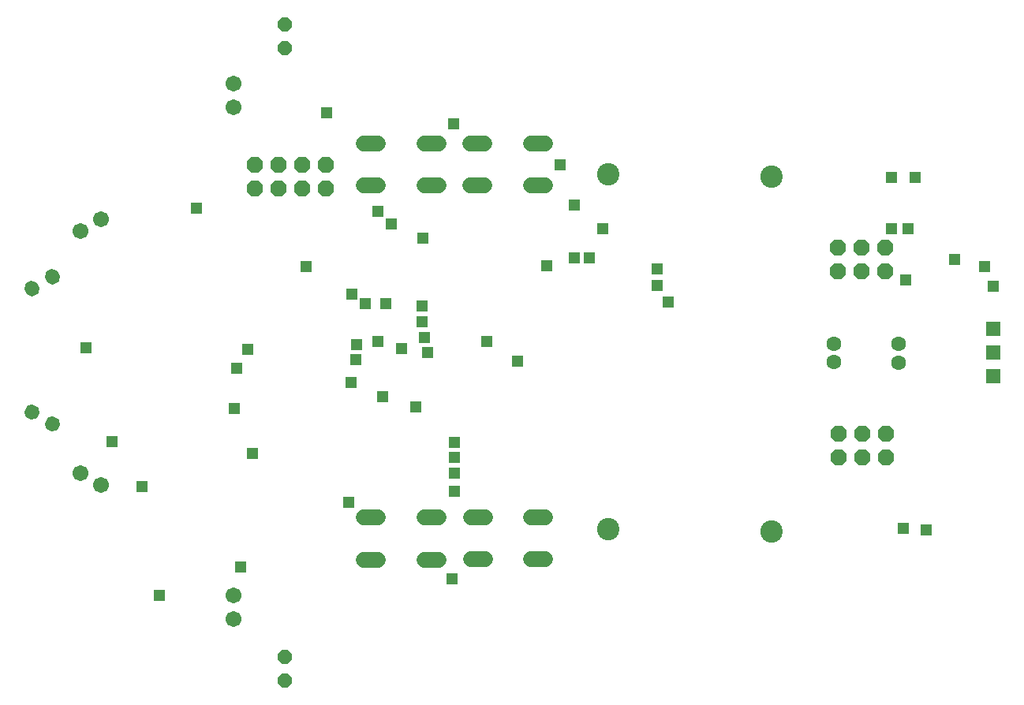
<source format=gbs>
G75*
%MOIN*%
%OFA0B0*%
%FSLAX25Y25*%
%IPPOS*%
%LPD*%
%AMOC8*
5,1,8,0,0,1.08239X$1,22.5*
%
%ADD10C,0.06800*%
%ADD11C,0.01200*%
%ADD12C,0.06706*%
%ADD13OC8,0.06000*%
%ADD14OC8,0.06800*%
%ADD15R,0.05950X0.05950*%
%ADD16C,0.09461*%
%ADD17C,0.06300*%
%ADD18R,0.04762X0.04762*%
D10*
X0192693Y0268113D02*
X0198693Y0268113D01*
X0198693Y0285913D02*
X0192693Y0285913D01*
X0218293Y0285913D02*
X0224293Y0285913D01*
X0237969Y0286130D02*
X0243969Y0286130D01*
X0243969Y0268330D02*
X0237969Y0268330D01*
X0224293Y0268113D02*
X0218293Y0268113D01*
X0263569Y0268330D02*
X0269569Y0268330D01*
X0269569Y0286130D02*
X0263569Y0286130D01*
X0263431Y0426302D02*
X0269431Y0426302D01*
X0269431Y0444102D02*
X0263431Y0444102D01*
X0243831Y0444102D02*
X0237831Y0444102D01*
X0224372Y0444102D02*
X0218372Y0444102D01*
X0218372Y0426302D02*
X0224372Y0426302D01*
X0237831Y0426302D02*
X0243831Y0426302D01*
X0198772Y0426302D02*
X0192772Y0426302D01*
X0192772Y0444102D02*
X0198772Y0444102D01*
D11*
X0063223Y0387382D02*
X0063823Y0387982D01*
X0063308Y0386062D01*
X0061587Y0385068D01*
X0059667Y0385583D01*
X0058673Y0387304D01*
X0059188Y0389224D01*
X0060909Y0390218D01*
X0062829Y0389703D01*
X0063823Y0387982D01*
X0062857Y0387855D01*
X0062535Y0386655D01*
X0061460Y0386034D01*
X0060260Y0386356D01*
X0059639Y0387431D01*
X0059961Y0388631D01*
X0061036Y0389252D01*
X0062236Y0388930D01*
X0062857Y0387855D01*
X0061891Y0387728D01*
X0061762Y0387248D01*
X0061333Y0387000D01*
X0060853Y0387129D01*
X0060605Y0387558D01*
X0060734Y0388038D01*
X0061163Y0388286D01*
X0061643Y0388157D01*
X0061891Y0387728D01*
X0054563Y0382382D02*
X0055163Y0382982D01*
X0054648Y0381062D01*
X0052927Y0380068D01*
X0051007Y0380583D01*
X0050013Y0382304D01*
X0050528Y0384224D01*
X0052249Y0385218D01*
X0054169Y0384703D01*
X0055163Y0382982D01*
X0054197Y0382855D01*
X0053875Y0381655D01*
X0052800Y0381034D01*
X0051600Y0381356D01*
X0050979Y0382431D01*
X0051301Y0383631D01*
X0052376Y0384252D01*
X0053576Y0383930D01*
X0054197Y0382855D01*
X0053231Y0382728D01*
X0053102Y0382248D01*
X0052673Y0382000D01*
X0052193Y0382129D01*
X0051945Y0382558D01*
X0052074Y0383038D01*
X0052503Y0383286D01*
X0052983Y0383157D01*
X0053231Y0382728D01*
X0053569Y0328979D02*
X0054169Y0328379D01*
X0052249Y0327864D01*
X0050528Y0328858D01*
X0050013Y0330778D01*
X0051007Y0332499D01*
X0052927Y0333014D01*
X0054648Y0332020D01*
X0055163Y0330100D01*
X0054169Y0328379D01*
X0053576Y0329152D01*
X0052376Y0328830D01*
X0051301Y0329451D01*
X0050979Y0330651D01*
X0051600Y0331726D01*
X0052800Y0332048D01*
X0053875Y0331427D01*
X0054197Y0330227D01*
X0053576Y0329152D01*
X0052983Y0329925D01*
X0052503Y0329796D01*
X0052074Y0330044D01*
X0051945Y0330524D01*
X0052193Y0330953D01*
X0052673Y0331082D01*
X0053102Y0330834D01*
X0053231Y0330354D01*
X0052983Y0329925D01*
X0062229Y0323979D02*
X0062829Y0323379D01*
X0060909Y0322864D01*
X0059188Y0323858D01*
X0058673Y0325778D01*
X0059667Y0327499D01*
X0061587Y0328014D01*
X0063308Y0327020D01*
X0063823Y0325100D01*
X0062829Y0323379D01*
X0062236Y0324152D01*
X0061036Y0323830D01*
X0059961Y0324451D01*
X0059639Y0325651D01*
X0060260Y0326726D01*
X0061460Y0327048D01*
X0062535Y0326427D01*
X0062857Y0325227D01*
X0062236Y0324152D01*
X0061643Y0324925D01*
X0061163Y0324796D01*
X0060734Y0325044D01*
X0060605Y0325524D01*
X0060853Y0325953D01*
X0061333Y0326082D01*
X0061762Y0325834D01*
X0061891Y0325354D01*
X0061643Y0324925D01*
D12*
X0073257Y0304742D03*
X0081918Y0299742D03*
X0137627Y0252899D03*
X0137627Y0242899D03*
X0073257Y0406844D03*
X0081918Y0411844D03*
X0137627Y0459474D03*
X0137627Y0469474D03*
D13*
X0159280Y0216994D03*
X0159280Y0226994D03*
X0159280Y0484435D03*
X0159280Y0494435D03*
D14*
X0156820Y0435065D03*
X0166820Y0435065D03*
X0176820Y0435065D03*
X0176820Y0425065D03*
X0166820Y0425065D03*
X0156820Y0425065D03*
X0146820Y0425065D03*
X0146820Y0435065D03*
X0392981Y0399986D03*
X0402981Y0399986D03*
X0412981Y0399986D03*
X0412981Y0389986D03*
X0402981Y0389986D03*
X0392981Y0389986D03*
X0393532Y0321246D03*
X0403532Y0321246D03*
X0413532Y0321246D03*
X0413532Y0311246D03*
X0403532Y0311246D03*
X0393532Y0311246D03*
D15*
X0458650Y0345616D03*
X0458650Y0355616D03*
X0458650Y0365616D03*
D16*
X0364989Y0430006D03*
X0296091Y0430990D03*
X0296091Y0280872D03*
X0364989Y0279887D03*
D17*
X0391328Y0351482D03*
X0391328Y0359356D03*
X0418729Y0359198D03*
X0418729Y0351324D03*
D18*
X0421830Y0386196D03*
X0422691Y0407998D03*
X0415924Y0407850D03*
X0415801Y0429627D03*
X0425767Y0429627D03*
X0442499Y0395055D03*
X0455048Y0392102D03*
X0458739Y0383736D03*
X0430565Y0280635D03*
X0420722Y0281251D03*
X0321436Y0377092D03*
X0316761Y0383859D03*
X0316884Y0390995D03*
X0293877Y0407850D03*
X0288217Y0395670D03*
X0281820Y0395547D03*
X0270255Y0392348D03*
X0281820Y0417939D03*
X0275668Y0435040D03*
X0230639Y0452387D03*
X0198650Y0415478D03*
X0204556Y0410065D03*
X0217843Y0403913D03*
X0217351Y0375370D03*
X0217351Y0368726D03*
X0218458Y0361836D03*
X0219689Y0355808D03*
X0208616Y0357284D03*
X0198650Y0360237D03*
X0189669Y0359006D03*
X0189300Y0352486D03*
X0187578Y0343135D03*
X0200865Y0336984D03*
X0214644Y0332555D03*
X0231131Y0317545D03*
X0231131Y0311147D03*
X0231131Y0304750D03*
X0231131Y0296876D03*
X0230146Y0259966D03*
X0186347Y0292446D03*
X0145870Y0313116D03*
X0138242Y0332063D03*
X0138980Y0348918D03*
X0143729Y0356915D03*
X0168385Y0391856D03*
X0187701Y0380414D03*
X0193360Y0376231D03*
X0201972Y0376231D03*
X0244910Y0360360D03*
X0257706Y0351994D03*
X0176997Y0456817D03*
X0122253Y0416636D03*
X0075373Y0357653D03*
X0086446Y0318037D03*
X0099118Y0299090D03*
X0140707Y0264853D03*
X0106309Y0252899D03*
M02*

</source>
